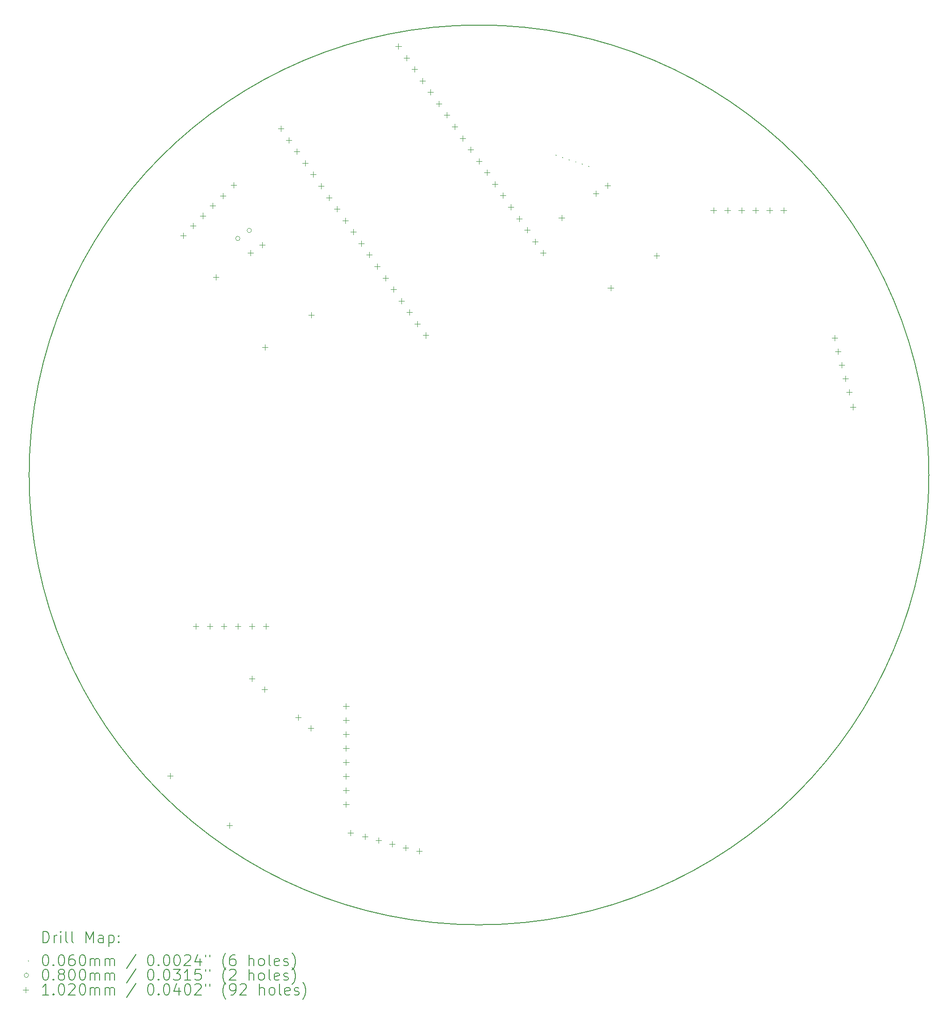
<source format=gbr>
%TF.GenerationSoftware,KiCad,Pcbnew,7.0.9-rc1*%
%TF.CreationDate,2023-11-05T19:21:23+02:00*%
%TF.ProjectId,projectA,70726f6a-6563-4744-912e-6b696361645f,rev?*%
%TF.SameCoordinates,PX5e5c173PY6474d3b*%
%TF.FileFunction,Drillmap*%
%TF.FilePolarity,Positive*%
%FSLAX45Y45*%
G04 Gerber Fmt 4.5, Leading zero omitted, Abs format (unit mm)*
G04 Created by KiCad (PCBNEW 7.0.9-rc1) date 2023-11-05 19:21:23*
%MOMM*%
%LPD*%
G01*
G04 APERTURE LIST*
%ADD10C,0.200000*%
%ADD11C,0.100000*%
%ADD12C,0.102000*%
G04 APERTURE END LIST*
D10*
X8150000Y0D02*
G75*
G03*
X8150000Y0I-8150000J0D01*
G01*
D11*
X1389096Y5798700D02*
X1395096Y5792700D01*
X1395096Y5798700D02*
X1389096Y5792700D01*
X1507286Y5758004D02*
X1513286Y5752004D01*
X1513286Y5758004D02*
X1507286Y5752004D01*
X1625475Y5717308D02*
X1631475Y5711308D01*
X1631475Y5717308D02*
X1625475Y5711308D01*
X1743665Y5676612D02*
X1749665Y5670612D01*
X1749665Y5676612D02*
X1743665Y5670612D01*
X1861855Y5635916D02*
X1867855Y5629916D01*
X1867855Y5635916D02*
X1861855Y5629916D01*
X1980045Y5595220D02*
X1986045Y5589220D01*
X1986045Y5595220D02*
X1980045Y5589220D01*
X-4330005Y4283621D02*
G75*
G03*
X-4330005Y4283621I-40000J0D01*
G01*
X-4121941Y4429309D02*
G75*
G03*
X-4121941Y4429309I-40000J0D01*
G01*
D12*
X-5595771Y-5400388D02*
X-5595771Y-5502388D01*
X-5646771Y-5451388D02*
X-5544772Y-5451388D01*
X-5361545Y4387402D02*
X-5361545Y4285402D01*
X-5412545Y4336402D02*
X-5310545Y4336402D01*
X-5181940Y4567007D02*
X-5181940Y4465007D01*
X-5232940Y4516007D02*
X-5130940Y4516007D01*
X-5126335Y-2690388D02*
X-5126335Y-2792388D01*
X-5177335Y-2741388D02*
X-5075335Y-2741388D01*
X-5002335Y4746612D02*
X-5002335Y4644612D01*
X-5053335Y4695612D02*
X-4951335Y4695612D01*
X-4872335Y-2690388D02*
X-4872335Y-2792388D01*
X-4923335Y-2741388D02*
X-4821335Y-2741388D01*
X-4822730Y4926217D02*
X-4822730Y4824217D01*
X-4873730Y4875217D02*
X-4771730Y4875217D01*
X-4763637Y3636544D02*
X-4763637Y3534544D01*
X-4814637Y3585544D02*
X-4712637Y3585544D01*
X-4643124Y5105823D02*
X-4643124Y5003823D01*
X-4694124Y5054823D02*
X-4592124Y5054823D01*
X-4618335Y-2690388D02*
X-4618335Y-2792388D01*
X-4669335Y-2741388D02*
X-4567335Y-2741388D01*
X-4523309Y-6300290D02*
X-4523309Y-6402290D01*
X-4574309Y-6351290D02*
X-4472309Y-6351290D01*
X-4447256Y5301691D02*
X-4447256Y5199691D01*
X-4498256Y5250691D02*
X-4396256Y5250691D01*
X-4364335Y-2690388D02*
X-4364335Y-2792388D01*
X-4415335Y-2741388D02*
X-4313335Y-2741388D01*
X-4139443Y4073609D02*
X-4139443Y3971609D01*
X-4190443Y4022609D02*
X-4088443Y4022609D01*
X-4117360Y-3638485D02*
X-4117360Y-3740485D01*
X-4168360Y-3689485D02*
X-4066360Y-3689485D01*
X-4110335Y-2690388D02*
X-4110335Y-2792388D01*
X-4161335Y-2741388D02*
X-4059335Y-2741388D01*
X-3931378Y4219298D02*
X-3931378Y4117298D01*
X-3982378Y4168298D02*
X-3880378Y4168298D01*
X-3887547Y-3831322D02*
X-3887547Y-3933322D01*
X-3938547Y-3882322D02*
X-3836547Y-3882322D01*
X-3874593Y2366859D02*
X-3874593Y2264859D01*
X-3925593Y2315859D02*
X-3823593Y2315859D01*
X-3856335Y-2690388D02*
X-3856335Y-2792388D01*
X-3907335Y-2741388D02*
X-3805335Y-2741388D01*
X-3589884Y6324572D02*
X-3589884Y6222572D01*
X-3640884Y6273572D02*
X-3538884Y6273572D01*
X-3444195Y6116507D02*
X-3444195Y6014507D01*
X-3495195Y6065507D02*
X-3393195Y6065507D01*
X-3298507Y5908443D02*
X-3298507Y5806443D01*
X-3349507Y5857443D02*
X-3247507Y5857443D01*
X-3274711Y-4345552D02*
X-3274711Y-4447552D01*
X-3325711Y-4396552D02*
X-3223711Y-4396552D01*
X-3152818Y5700378D02*
X-3152818Y5598378D01*
X-3203818Y5649378D02*
X-3101818Y5649378D01*
X-3044898Y-4538388D02*
X-3044898Y-4640388D01*
X-3095898Y-4589388D02*
X-2993898Y-4589388D01*
X-3042335Y2949612D02*
X-3042335Y2847612D01*
X-3093335Y2898612D02*
X-2991335Y2898612D01*
X-3007130Y5492314D02*
X-3007130Y5390314D01*
X-3058130Y5441314D02*
X-2956130Y5441314D01*
X-2861442Y5284249D02*
X-2861442Y5182249D01*
X-2912442Y5233249D02*
X-2810442Y5233249D01*
X-2715753Y5076184D02*
X-2715753Y4974184D01*
X-2766753Y5025184D02*
X-2664753Y5025184D01*
X-2570065Y4868120D02*
X-2570065Y4766120D01*
X-2621065Y4817120D02*
X-2519065Y4817120D01*
X-2424376Y4660055D02*
X-2424376Y4558055D01*
X-2475376Y4609055D02*
X-2373376Y4609055D01*
X-2408341Y-4138295D02*
X-2408341Y-4240295D01*
X-2459341Y-4189295D02*
X-2357341Y-4189295D01*
X-2408341Y-4392295D02*
X-2408341Y-4494295D01*
X-2459341Y-4443295D02*
X-2357341Y-4443295D01*
X-2408341Y-4646295D02*
X-2408341Y-4748295D01*
X-2459341Y-4697295D02*
X-2357341Y-4697295D01*
X-2408341Y-4900295D02*
X-2408341Y-5002295D01*
X-2459341Y-4951295D02*
X-2357341Y-4951295D01*
X-2408341Y-5154295D02*
X-2408341Y-5256295D01*
X-2459341Y-5205295D02*
X-2357341Y-5205295D01*
X-2408341Y-5408295D02*
X-2408341Y-5510295D01*
X-2459341Y-5459295D02*
X-2357341Y-5459295D01*
X-2408341Y-5662295D02*
X-2408341Y-5764295D01*
X-2459341Y-5713295D02*
X-2357341Y-5713295D01*
X-2408341Y-5916295D02*
X-2408341Y-6018295D01*
X-2459341Y-5967295D02*
X-2357341Y-5967295D01*
X-2330241Y-6431955D02*
X-2330241Y-6533955D01*
X-2381241Y-6482955D02*
X-2279241Y-6482955D01*
X-2278688Y4451990D02*
X-2278688Y4349990D01*
X-2329688Y4400990D02*
X-2227688Y4400990D01*
X-2133000Y4243926D02*
X-2133000Y4141926D01*
X-2184000Y4192926D02*
X-2081999Y4192926D01*
X-2062680Y-6503648D02*
X-2062680Y-6605648D01*
X-2113680Y-6554648D02*
X-2011680Y-6554648D01*
X-1987311Y4035861D02*
X-1987311Y3933861D01*
X-2038311Y3984861D02*
X-1936311Y3984861D01*
X-1841623Y3827797D02*
X-1841623Y3725797D01*
X-1892623Y3776797D02*
X-1790623Y3776797D01*
X-1817335Y-6569388D02*
X-1817335Y-6671388D01*
X-1868335Y-6620388D02*
X-1766335Y-6620388D01*
X-1695934Y3619732D02*
X-1695934Y3517732D01*
X-1746934Y3568732D02*
X-1644934Y3568732D01*
X-1571990Y-6635128D02*
X-1571990Y-6737128D01*
X-1622990Y-6686128D02*
X-1520990Y-6686128D01*
X-1550246Y3411667D02*
X-1550246Y3309667D01*
X-1601246Y3360667D02*
X-1499246Y3360667D01*
X-1460088Y7815871D02*
X-1460088Y7713871D01*
X-1511088Y7764871D02*
X-1409088Y7764871D01*
X-1404557Y3203603D02*
X-1404557Y3101603D01*
X-1455557Y3152603D02*
X-1353557Y3152603D01*
X-1326644Y-6700868D02*
X-1326644Y-6802868D01*
X-1377644Y-6751868D02*
X-1275644Y-6751868D01*
X-1314400Y7607806D02*
X-1314400Y7505806D01*
X-1365400Y7556806D02*
X-1263400Y7556806D01*
X-1258869Y2995538D02*
X-1258869Y2893538D01*
X-1309869Y2944538D02*
X-1207869Y2944538D01*
X-1168712Y7399741D02*
X-1168712Y7297741D01*
X-1219712Y7348741D02*
X-1117712Y7348741D01*
X-1113181Y2787474D02*
X-1113181Y2685474D01*
X-1164181Y2736474D02*
X-1062181Y2736474D01*
X-1081299Y-6766608D02*
X-1081299Y-6868608D01*
X-1132299Y-6817608D02*
X-1030299Y-6817608D01*
X-1023023Y7191677D02*
X-1023023Y7089677D01*
X-1074023Y7140677D02*
X-972023Y7140677D01*
X-967492Y2579409D02*
X-967492Y2477409D01*
X-1018492Y2528409D02*
X-916492Y2528409D01*
X-877335Y6983612D02*
X-877335Y6881612D01*
X-928335Y6932612D02*
X-826335Y6932612D01*
X-731646Y6775548D02*
X-731646Y6673548D01*
X-782646Y6724548D02*
X-680646Y6724548D01*
X-585958Y6567483D02*
X-585958Y6465483D01*
X-636958Y6516483D02*
X-534958Y6516483D01*
X-440269Y6359418D02*
X-440269Y6257418D01*
X-491269Y6308418D02*
X-389269Y6308418D01*
X-294581Y6151354D02*
X-294581Y6049354D01*
X-345581Y6100354D02*
X-243581Y6100354D01*
X-148893Y5943289D02*
X-148893Y5841289D01*
X-199893Y5892289D02*
X-97893Y5892289D01*
X-3204Y5735225D02*
X-3204Y5633225D01*
X-54204Y5684225D02*
X47796Y5684225D01*
X142484Y5527160D02*
X142484Y5425160D01*
X91484Y5476160D02*
X193484Y5476160D01*
X288173Y5319095D02*
X288173Y5217095D01*
X237173Y5268095D02*
X339173Y5268095D01*
X433861Y5111031D02*
X433861Y5009031D01*
X382861Y5060031D02*
X484861Y5060031D01*
X579550Y4902966D02*
X579550Y4800966D01*
X528550Y4851966D02*
X630550Y4851966D01*
X725238Y4694902D02*
X725238Y4592902D01*
X674238Y4643902D02*
X776238Y4643902D01*
X870926Y4486837D02*
X870926Y4384837D01*
X819926Y4435837D02*
X921926Y4435837D01*
X1016615Y4278772D02*
X1016615Y4176772D01*
X965615Y4227772D02*
X1067615Y4227772D01*
X1162303Y4070708D02*
X1162303Y3968708D01*
X1111303Y4019708D02*
X1213303Y4019708D01*
X1495014Y4712078D02*
X1495014Y4610078D01*
X1444014Y4661078D02*
X1546014Y4661078D01*
X2119208Y5149144D02*
X2119208Y5047144D01*
X2068208Y5098144D02*
X2170208Y5098144D01*
X2327273Y5294832D02*
X2327273Y5192832D01*
X2276273Y5243832D02*
X2378273Y5243832D01*
X2384058Y3442393D02*
X2384058Y3340393D01*
X2333058Y3391393D02*
X2435058Y3391393D01*
X3216316Y4025146D02*
X3216316Y3923146D01*
X3165316Y3974146D02*
X3267316Y3974146D01*
X4246665Y4842612D02*
X4246665Y4740612D01*
X4195665Y4791612D02*
X4297665Y4791612D01*
X4500665Y4842612D02*
X4500665Y4740612D01*
X4449665Y4791612D02*
X4551665Y4791612D01*
X4754665Y4842612D02*
X4754665Y4740612D01*
X4703665Y4791612D02*
X4805665Y4791612D01*
X5008665Y4842612D02*
X5008665Y4740612D01*
X4957665Y4791612D02*
X5059665Y4791612D01*
X5262665Y4842612D02*
X5262665Y4740612D01*
X5211665Y4791612D02*
X5313665Y4791612D01*
X5516665Y4842612D02*
X5516665Y4740612D01*
X5465665Y4791612D02*
X5567665Y4791612D01*
X6440445Y2532648D02*
X6440445Y2430648D01*
X6389445Y2481648D02*
X6491445Y2481648D01*
X6506185Y2287303D02*
X6506185Y2185303D01*
X6455185Y2236303D02*
X6557185Y2236303D01*
X6571925Y2041957D02*
X6571925Y1939957D01*
X6520925Y1990957D02*
X6622925Y1990957D01*
X6637665Y1796612D02*
X6637665Y1694612D01*
X6586665Y1745612D02*
X6688665Y1745612D01*
X6703405Y1551267D02*
X6703405Y1449267D01*
X6652405Y1500267D02*
X6754405Y1500267D01*
X6775098Y1283706D02*
X6775098Y1181706D01*
X6724098Y1232706D02*
X6826098Y1232706D01*
D10*
X-7899223Y-8471484D02*
X-7899223Y-8271484D01*
X-7899223Y-8271484D02*
X-7851604Y-8271484D01*
X-7851604Y-8271484D02*
X-7823033Y-8281008D01*
X-7823033Y-8281008D02*
X-7803985Y-8300055D01*
X-7803985Y-8300055D02*
X-7794461Y-8319103D01*
X-7794461Y-8319103D02*
X-7784937Y-8357198D01*
X-7784937Y-8357198D02*
X-7784937Y-8385769D01*
X-7784937Y-8385769D02*
X-7794461Y-8423865D01*
X-7794461Y-8423865D02*
X-7803985Y-8442912D01*
X-7803985Y-8442912D02*
X-7823033Y-8461960D01*
X-7823033Y-8461960D02*
X-7851604Y-8471484D01*
X-7851604Y-8471484D02*
X-7899223Y-8471484D01*
X-7699223Y-8471484D02*
X-7699223Y-8338150D01*
X-7699223Y-8376246D02*
X-7689699Y-8357198D01*
X-7689699Y-8357198D02*
X-7680176Y-8347674D01*
X-7680176Y-8347674D02*
X-7661128Y-8338150D01*
X-7661128Y-8338150D02*
X-7642080Y-8338150D01*
X-7575414Y-8471484D02*
X-7575414Y-8338150D01*
X-7575414Y-8271484D02*
X-7584937Y-8281008D01*
X-7584937Y-8281008D02*
X-7575414Y-8290531D01*
X-7575414Y-8290531D02*
X-7565890Y-8281008D01*
X-7565890Y-8281008D02*
X-7575414Y-8271484D01*
X-7575414Y-8271484D02*
X-7575414Y-8290531D01*
X-7451604Y-8471484D02*
X-7470652Y-8461960D01*
X-7470652Y-8461960D02*
X-7480176Y-8442912D01*
X-7480176Y-8442912D02*
X-7480176Y-8271484D01*
X-7346842Y-8471484D02*
X-7365890Y-8461960D01*
X-7365890Y-8461960D02*
X-7375414Y-8442912D01*
X-7375414Y-8442912D02*
X-7375414Y-8271484D01*
X-7118271Y-8471484D02*
X-7118271Y-8271484D01*
X-7118271Y-8271484D02*
X-7051604Y-8414341D01*
X-7051604Y-8414341D02*
X-6984937Y-8271484D01*
X-6984937Y-8271484D02*
X-6984937Y-8471484D01*
X-6803985Y-8471484D02*
X-6803985Y-8366722D01*
X-6803985Y-8366722D02*
X-6813509Y-8347674D01*
X-6813509Y-8347674D02*
X-6832556Y-8338150D01*
X-6832556Y-8338150D02*
X-6870652Y-8338150D01*
X-6870652Y-8338150D02*
X-6889699Y-8347674D01*
X-6803985Y-8461960D02*
X-6823033Y-8471484D01*
X-6823033Y-8471484D02*
X-6870652Y-8471484D01*
X-6870652Y-8471484D02*
X-6889699Y-8461960D01*
X-6889699Y-8461960D02*
X-6899223Y-8442912D01*
X-6899223Y-8442912D02*
X-6899223Y-8423865D01*
X-6899223Y-8423865D02*
X-6889699Y-8404817D01*
X-6889699Y-8404817D02*
X-6870652Y-8395293D01*
X-6870652Y-8395293D02*
X-6823033Y-8395293D01*
X-6823033Y-8395293D02*
X-6803985Y-8385769D01*
X-6708747Y-8338150D02*
X-6708747Y-8538150D01*
X-6708747Y-8347674D02*
X-6689699Y-8338150D01*
X-6689699Y-8338150D02*
X-6651604Y-8338150D01*
X-6651604Y-8338150D02*
X-6632556Y-8347674D01*
X-6632556Y-8347674D02*
X-6623033Y-8357198D01*
X-6623033Y-8357198D02*
X-6613509Y-8376246D01*
X-6613509Y-8376246D02*
X-6613509Y-8433389D01*
X-6613509Y-8433389D02*
X-6623033Y-8452436D01*
X-6623033Y-8452436D02*
X-6632556Y-8461960D01*
X-6632556Y-8461960D02*
X-6651604Y-8471484D01*
X-6651604Y-8471484D02*
X-6689699Y-8471484D01*
X-6689699Y-8471484D02*
X-6708747Y-8461960D01*
X-6527795Y-8452436D02*
X-6518271Y-8461960D01*
X-6518271Y-8461960D02*
X-6527795Y-8471484D01*
X-6527795Y-8471484D02*
X-6537318Y-8461960D01*
X-6537318Y-8461960D02*
X-6527795Y-8452436D01*
X-6527795Y-8452436D02*
X-6527795Y-8471484D01*
X-6527795Y-8347674D02*
X-6518271Y-8357198D01*
X-6518271Y-8357198D02*
X-6527795Y-8366722D01*
X-6527795Y-8366722D02*
X-6537318Y-8357198D01*
X-6537318Y-8357198D02*
X-6527795Y-8347674D01*
X-6527795Y-8347674D02*
X-6527795Y-8366722D01*
D11*
X-8166000Y-8797000D02*
X-8160000Y-8803000D01*
X-8160000Y-8797000D02*
X-8166000Y-8803000D01*
D10*
X-7861128Y-8691484D02*
X-7842080Y-8691484D01*
X-7842080Y-8691484D02*
X-7823033Y-8701008D01*
X-7823033Y-8701008D02*
X-7813509Y-8710531D01*
X-7813509Y-8710531D02*
X-7803985Y-8729579D01*
X-7803985Y-8729579D02*
X-7794461Y-8767674D01*
X-7794461Y-8767674D02*
X-7794461Y-8815293D01*
X-7794461Y-8815293D02*
X-7803985Y-8853389D01*
X-7803985Y-8853389D02*
X-7813509Y-8872436D01*
X-7813509Y-8872436D02*
X-7823033Y-8881960D01*
X-7823033Y-8881960D02*
X-7842080Y-8891484D01*
X-7842080Y-8891484D02*
X-7861128Y-8891484D01*
X-7861128Y-8891484D02*
X-7880176Y-8881960D01*
X-7880176Y-8881960D02*
X-7889699Y-8872436D01*
X-7889699Y-8872436D02*
X-7899223Y-8853389D01*
X-7899223Y-8853389D02*
X-7908747Y-8815293D01*
X-7908747Y-8815293D02*
X-7908747Y-8767674D01*
X-7908747Y-8767674D02*
X-7899223Y-8729579D01*
X-7899223Y-8729579D02*
X-7889699Y-8710531D01*
X-7889699Y-8710531D02*
X-7880176Y-8701008D01*
X-7880176Y-8701008D02*
X-7861128Y-8691484D01*
X-7708747Y-8872436D02*
X-7699223Y-8881960D01*
X-7699223Y-8881960D02*
X-7708747Y-8891484D01*
X-7708747Y-8891484D02*
X-7718271Y-8881960D01*
X-7718271Y-8881960D02*
X-7708747Y-8872436D01*
X-7708747Y-8872436D02*
X-7708747Y-8891484D01*
X-7575414Y-8691484D02*
X-7556366Y-8691484D01*
X-7556366Y-8691484D02*
X-7537318Y-8701008D01*
X-7537318Y-8701008D02*
X-7527795Y-8710531D01*
X-7527795Y-8710531D02*
X-7518271Y-8729579D01*
X-7518271Y-8729579D02*
X-7508747Y-8767674D01*
X-7508747Y-8767674D02*
X-7508747Y-8815293D01*
X-7508747Y-8815293D02*
X-7518271Y-8853389D01*
X-7518271Y-8853389D02*
X-7527795Y-8872436D01*
X-7527795Y-8872436D02*
X-7537318Y-8881960D01*
X-7537318Y-8881960D02*
X-7556366Y-8891484D01*
X-7556366Y-8891484D02*
X-7575414Y-8891484D01*
X-7575414Y-8891484D02*
X-7594461Y-8881960D01*
X-7594461Y-8881960D02*
X-7603985Y-8872436D01*
X-7603985Y-8872436D02*
X-7613509Y-8853389D01*
X-7613509Y-8853389D02*
X-7623033Y-8815293D01*
X-7623033Y-8815293D02*
X-7623033Y-8767674D01*
X-7623033Y-8767674D02*
X-7613509Y-8729579D01*
X-7613509Y-8729579D02*
X-7603985Y-8710531D01*
X-7603985Y-8710531D02*
X-7594461Y-8701008D01*
X-7594461Y-8701008D02*
X-7575414Y-8691484D01*
X-7337318Y-8691484D02*
X-7375414Y-8691484D01*
X-7375414Y-8691484D02*
X-7394461Y-8701008D01*
X-7394461Y-8701008D02*
X-7403985Y-8710531D01*
X-7403985Y-8710531D02*
X-7423033Y-8739103D01*
X-7423033Y-8739103D02*
X-7432556Y-8777198D01*
X-7432556Y-8777198D02*
X-7432556Y-8853389D01*
X-7432556Y-8853389D02*
X-7423033Y-8872436D01*
X-7423033Y-8872436D02*
X-7413509Y-8881960D01*
X-7413509Y-8881960D02*
X-7394461Y-8891484D01*
X-7394461Y-8891484D02*
X-7356366Y-8891484D01*
X-7356366Y-8891484D02*
X-7337318Y-8881960D01*
X-7337318Y-8881960D02*
X-7327795Y-8872436D01*
X-7327795Y-8872436D02*
X-7318271Y-8853389D01*
X-7318271Y-8853389D02*
X-7318271Y-8805770D01*
X-7318271Y-8805770D02*
X-7327795Y-8786722D01*
X-7327795Y-8786722D02*
X-7337318Y-8777198D01*
X-7337318Y-8777198D02*
X-7356366Y-8767674D01*
X-7356366Y-8767674D02*
X-7394461Y-8767674D01*
X-7394461Y-8767674D02*
X-7413509Y-8777198D01*
X-7413509Y-8777198D02*
X-7423033Y-8786722D01*
X-7423033Y-8786722D02*
X-7432556Y-8805770D01*
X-7194461Y-8691484D02*
X-7175414Y-8691484D01*
X-7175414Y-8691484D02*
X-7156366Y-8701008D01*
X-7156366Y-8701008D02*
X-7146842Y-8710531D01*
X-7146842Y-8710531D02*
X-7137318Y-8729579D01*
X-7137318Y-8729579D02*
X-7127795Y-8767674D01*
X-7127795Y-8767674D02*
X-7127795Y-8815293D01*
X-7127795Y-8815293D02*
X-7137318Y-8853389D01*
X-7137318Y-8853389D02*
X-7146842Y-8872436D01*
X-7146842Y-8872436D02*
X-7156366Y-8881960D01*
X-7156366Y-8881960D02*
X-7175414Y-8891484D01*
X-7175414Y-8891484D02*
X-7194461Y-8891484D01*
X-7194461Y-8891484D02*
X-7213509Y-8881960D01*
X-7213509Y-8881960D02*
X-7223033Y-8872436D01*
X-7223033Y-8872436D02*
X-7232556Y-8853389D01*
X-7232556Y-8853389D02*
X-7242080Y-8815293D01*
X-7242080Y-8815293D02*
X-7242080Y-8767674D01*
X-7242080Y-8767674D02*
X-7232556Y-8729579D01*
X-7232556Y-8729579D02*
X-7223033Y-8710531D01*
X-7223033Y-8710531D02*
X-7213509Y-8701008D01*
X-7213509Y-8701008D02*
X-7194461Y-8691484D01*
X-7042080Y-8891484D02*
X-7042080Y-8758150D01*
X-7042080Y-8777198D02*
X-7032556Y-8767674D01*
X-7032556Y-8767674D02*
X-7013509Y-8758150D01*
X-7013509Y-8758150D02*
X-6984937Y-8758150D01*
X-6984937Y-8758150D02*
X-6965890Y-8767674D01*
X-6965890Y-8767674D02*
X-6956366Y-8786722D01*
X-6956366Y-8786722D02*
X-6956366Y-8891484D01*
X-6956366Y-8786722D02*
X-6946842Y-8767674D01*
X-6946842Y-8767674D02*
X-6927795Y-8758150D01*
X-6927795Y-8758150D02*
X-6899223Y-8758150D01*
X-6899223Y-8758150D02*
X-6880175Y-8767674D01*
X-6880175Y-8767674D02*
X-6870652Y-8786722D01*
X-6870652Y-8786722D02*
X-6870652Y-8891484D01*
X-6775414Y-8891484D02*
X-6775414Y-8758150D01*
X-6775414Y-8777198D02*
X-6765890Y-8767674D01*
X-6765890Y-8767674D02*
X-6746842Y-8758150D01*
X-6746842Y-8758150D02*
X-6718271Y-8758150D01*
X-6718271Y-8758150D02*
X-6699223Y-8767674D01*
X-6699223Y-8767674D02*
X-6689699Y-8786722D01*
X-6689699Y-8786722D02*
X-6689699Y-8891484D01*
X-6689699Y-8786722D02*
X-6680175Y-8767674D01*
X-6680175Y-8767674D02*
X-6661128Y-8758150D01*
X-6661128Y-8758150D02*
X-6632556Y-8758150D01*
X-6632556Y-8758150D02*
X-6613509Y-8767674D01*
X-6613509Y-8767674D02*
X-6603985Y-8786722D01*
X-6603985Y-8786722D02*
X-6603985Y-8891484D01*
X-6213509Y-8681960D02*
X-6384937Y-8939103D01*
X-5956366Y-8691484D02*
X-5937318Y-8691484D01*
X-5937318Y-8691484D02*
X-5918271Y-8701008D01*
X-5918271Y-8701008D02*
X-5908747Y-8710531D01*
X-5908747Y-8710531D02*
X-5899223Y-8729579D01*
X-5899223Y-8729579D02*
X-5889699Y-8767674D01*
X-5889699Y-8767674D02*
X-5889699Y-8815293D01*
X-5889699Y-8815293D02*
X-5899223Y-8853389D01*
X-5899223Y-8853389D02*
X-5908747Y-8872436D01*
X-5908747Y-8872436D02*
X-5918271Y-8881960D01*
X-5918271Y-8881960D02*
X-5937318Y-8891484D01*
X-5937318Y-8891484D02*
X-5956366Y-8891484D01*
X-5956366Y-8891484D02*
X-5975413Y-8881960D01*
X-5975413Y-8881960D02*
X-5984937Y-8872436D01*
X-5984937Y-8872436D02*
X-5994461Y-8853389D01*
X-5994461Y-8853389D02*
X-6003985Y-8815293D01*
X-6003985Y-8815293D02*
X-6003985Y-8767674D01*
X-6003985Y-8767674D02*
X-5994461Y-8729579D01*
X-5994461Y-8729579D02*
X-5984937Y-8710531D01*
X-5984937Y-8710531D02*
X-5975413Y-8701008D01*
X-5975413Y-8701008D02*
X-5956366Y-8691484D01*
X-5803985Y-8872436D02*
X-5794461Y-8881960D01*
X-5794461Y-8881960D02*
X-5803985Y-8891484D01*
X-5803985Y-8891484D02*
X-5813509Y-8881960D01*
X-5813509Y-8881960D02*
X-5803985Y-8872436D01*
X-5803985Y-8872436D02*
X-5803985Y-8891484D01*
X-5670652Y-8691484D02*
X-5651604Y-8691484D01*
X-5651604Y-8691484D02*
X-5632556Y-8701008D01*
X-5632556Y-8701008D02*
X-5623032Y-8710531D01*
X-5623032Y-8710531D02*
X-5613509Y-8729579D01*
X-5613509Y-8729579D02*
X-5603985Y-8767674D01*
X-5603985Y-8767674D02*
X-5603985Y-8815293D01*
X-5603985Y-8815293D02*
X-5613509Y-8853389D01*
X-5613509Y-8853389D02*
X-5623032Y-8872436D01*
X-5623032Y-8872436D02*
X-5632556Y-8881960D01*
X-5632556Y-8881960D02*
X-5651604Y-8891484D01*
X-5651604Y-8891484D02*
X-5670652Y-8891484D01*
X-5670652Y-8891484D02*
X-5689699Y-8881960D01*
X-5689699Y-8881960D02*
X-5699223Y-8872436D01*
X-5699223Y-8872436D02*
X-5708747Y-8853389D01*
X-5708747Y-8853389D02*
X-5718271Y-8815293D01*
X-5718271Y-8815293D02*
X-5718271Y-8767674D01*
X-5718271Y-8767674D02*
X-5708747Y-8729579D01*
X-5708747Y-8729579D02*
X-5699223Y-8710531D01*
X-5699223Y-8710531D02*
X-5689699Y-8701008D01*
X-5689699Y-8701008D02*
X-5670652Y-8691484D01*
X-5480175Y-8691484D02*
X-5461128Y-8691484D01*
X-5461128Y-8691484D02*
X-5442080Y-8701008D01*
X-5442080Y-8701008D02*
X-5432556Y-8710531D01*
X-5432556Y-8710531D02*
X-5423033Y-8729579D01*
X-5423033Y-8729579D02*
X-5413509Y-8767674D01*
X-5413509Y-8767674D02*
X-5413509Y-8815293D01*
X-5413509Y-8815293D02*
X-5423033Y-8853389D01*
X-5423033Y-8853389D02*
X-5432556Y-8872436D01*
X-5432556Y-8872436D02*
X-5442080Y-8881960D01*
X-5442080Y-8881960D02*
X-5461128Y-8891484D01*
X-5461128Y-8891484D02*
X-5480175Y-8891484D01*
X-5480175Y-8891484D02*
X-5499223Y-8881960D01*
X-5499223Y-8881960D02*
X-5508747Y-8872436D01*
X-5508747Y-8872436D02*
X-5518271Y-8853389D01*
X-5518271Y-8853389D02*
X-5527794Y-8815293D01*
X-5527794Y-8815293D02*
X-5527794Y-8767674D01*
X-5527794Y-8767674D02*
X-5518271Y-8729579D01*
X-5518271Y-8729579D02*
X-5508747Y-8710531D01*
X-5508747Y-8710531D02*
X-5499223Y-8701008D01*
X-5499223Y-8701008D02*
X-5480175Y-8691484D01*
X-5337318Y-8710531D02*
X-5327794Y-8701008D01*
X-5327794Y-8701008D02*
X-5308747Y-8691484D01*
X-5308747Y-8691484D02*
X-5261128Y-8691484D01*
X-5261128Y-8691484D02*
X-5242080Y-8701008D01*
X-5242080Y-8701008D02*
X-5232556Y-8710531D01*
X-5232556Y-8710531D02*
X-5223033Y-8729579D01*
X-5223033Y-8729579D02*
X-5223033Y-8748627D01*
X-5223033Y-8748627D02*
X-5232556Y-8777198D01*
X-5232556Y-8777198D02*
X-5346842Y-8891484D01*
X-5346842Y-8891484D02*
X-5223033Y-8891484D01*
X-5051604Y-8758150D02*
X-5051604Y-8891484D01*
X-5099223Y-8681960D02*
X-5146842Y-8824817D01*
X-5146842Y-8824817D02*
X-5023033Y-8824817D01*
X-4956366Y-8691484D02*
X-4956366Y-8729579D01*
X-4880175Y-8691484D02*
X-4880175Y-8729579D01*
X-4584937Y-8967674D02*
X-4594461Y-8958150D01*
X-4594461Y-8958150D02*
X-4613509Y-8929579D01*
X-4613509Y-8929579D02*
X-4623032Y-8910531D01*
X-4623032Y-8910531D02*
X-4632556Y-8881960D01*
X-4632556Y-8881960D02*
X-4642080Y-8834341D01*
X-4642080Y-8834341D02*
X-4642080Y-8796246D01*
X-4642080Y-8796246D02*
X-4632556Y-8748627D01*
X-4632556Y-8748627D02*
X-4623032Y-8720055D01*
X-4623032Y-8720055D02*
X-4613509Y-8701008D01*
X-4613509Y-8701008D02*
X-4594461Y-8672436D01*
X-4594461Y-8672436D02*
X-4584937Y-8662912D01*
X-4423032Y-8691484D02*
X-4461128Y-8691484D01*
X-4461128Y-8691484D02*
X-4480175Y-8701008D01*
X-4480175Y-8701008D02*
X-4489699Y-8710531D01*
X-4489699Y-8710531D02*
X-4508747Y-8739103D01*
X-4508747Y-8739103D02*
X-4518271Y-8777198D01*
X-4518271Y-8777198D02*
X-4518271Y-8853389D01*
X-4518271Y-8853389D02*
X-4508747Y-8872436D01*
X-4508747Y-8872436D02*
X-4499223Y-8881960D01*
X-4499223Y-8881960D02*
X-4480175Y-8891484D01*
X-4480175Y-8891484D02*
X-4442080Y-8891484D01*
X-4442080Y-8891484D02*
X-4423032Y-8881960D01*
X-4423032Y-8881960D02*
X-4413509Y-8872436D01*
X-4413509Y-8872436D02*
X-4403985Y-8853389D01*
X-4403985Y-8853389D02*
X-4403985Y-8805770D01*
X-4403985Y-8805770D02*
X-4413509Y-8786722D01*
X-4413509Y-8786722D02*
X-4423032Y-8777198D01*
X-4423032Y-8777198D02*
X-4442080Y-8767674D01*
X-4442080Y-8767674D02*
X-4480175Y-8767674D01*
X-4480175Y-8767674D02*
X-4499223Y-8777198D01*
X-4499223Y-8777198D02*
X-4508747Y-8786722D01*
X-4508747Y-8786722D02*
X-4518271Y-8805770D01*
X-4165889Y-8891484D02*
X-4165889Y-8691484D01*
X-4080175Y-8891484D02*
X-4080175Y-8786722D01*
X-4080175Y-8786722D02*
X-4089699Y-8767674D01*
X-4089699Y-8767674D02*
X-4108747Y-8758150D01*
X-4108747Y-8758150D02*
X-4137318Y-8758150D01*
X-4137318Y-8758150D02*
X-4156366Y-8767674D01*
X-4156366Y-8767674D02*
X-4165889Y-8777198D01*
X-3956366Y-8891484D02*
X-3975413Y-8881960D01*
X-3975413Y-8881960D02*
X-3984937Y-8872436D01*
X-3984937Y-8872436D02*
X-3994461Y-8853389D01*
X-3994461Y-8853389D02*
X-3994461Y-8796246D01*
X-3994461Y-8796246D02*
X-3984937Y-8777198D01*
X-3984937Y-8777198D02*
X-3975413Y-8767674D01*
X-3975413Y-8767674D02*
X-3956366Y-8758150D01*
X-3956366Y-8758150D02*
X-3927794Y-8758150D01*
X-3927794Y-8758150D02*
X-3908747Y-8767674D01*
X-3908747Y-8767674D02*
X-3899223Y-8777198D01*
X-3899223Y-8777198D02*
X-3889699Y-8796246D01*
X-3889699Y-8796246D02*
X-3889699Y-8853389D01*
X-3889699Y-8853389D02*
X-3899223Y-8872436D01*
X-3899223Y-8872436D02*
X-3908747Y-8881960D01*
X-3908747Y-8881960D02*
X-3927794Y-8891484D01*
X-3927794Y-8891484D02*
X-3956366Y-8891484D01*
X-3775413Y-8891484D02*
X-3794461Y-8881960D01*
X-3794461Y-8881960D02*
X-3803985Y-8862912D01*
X-3803985Y-8862912D02*
X-3803985Y-8691484D01*
X-3623032Y-8881960D02*
X-3642080Y-8891484D01*
X-3642080Y-8891484D02*
X-3680175Y-8891484D01*
X-3680175Y-8891484D02*
X-3699223Y-8881960D01*
X-3699223Y-8881960D02*
X-3708747Y-8862912D01*
X-3708747Y-8862912D02*
X-3708747Y-8786722D01*
X-3708747Y-8786722D02*
X-3699223Y-8767674D01*
X-3699223Y-8767674D02*
X-3680175Y-8758150D01*
X-3680175Y-8758150D02*
X-3642080Y-8758150D01*
X-3642080Y-8758150D02*
X-3623032Y-8767674D01*
X-3623032Y-8767674D02*
X-3613508Y-8786722D01*
X-3613508Y-8786722D02*
X-3613508Y-8805770D01*
X-3613508Y-8805770D02*
X-3708747Y-8824817D01*
X-3537318Y-8881960D02*
X-3518270Y-8891484D01*
X-3518270Y-8891484D02*
X-3480175Y-8891484D01*
X-3480175Y-8891484D02*
X-3461127Y-8881960D01*
X-3461127Y-8881960D02*
X-3451604Y-8862912D01*
X-3451604Y-8862912D02*
X-3451604Y-8853389D01*
X-3451604Y-8853389D02*
X-3461127Y-8834341D01*
X-3461127Y-8834341D02*
X-3480175Y-8824817D01*
X-3480175Y-8824817D02*
X-3508747Y-8824817D01*
X-3508747Y-8824817D02*
X-3527794Y-8815293D01*
X-3527794Y-8815293D02*
X-3537318Y-8796246D01*
X-3537318Y-8796246D02*
X-3537318Y-8786722D01*
X-3537318Y-8786722D02*
X-3527794Y-8767674D01*
X-3527794Y-8767674D02*
X-3508747Y-8758150D01*
X-3508747Y-8758150D02*
X-3480175Y-8758150D01*
X-3480175Y-8758150D02*
X-3461127Y-8767674D01*
X-3384937Y-8967674D02*
X-3375413Y-8958150D01*
X-3375413Y-8958150D02*
X-3356366Y-8929579D01*
X-3356366Y-8929579D02*
X-3346842Y-8910531D01*
X-3346842Y-8910531D02*
X-3337318Y-8881960D01*
X-3337318Y-8881960D02*
X-3327794Y-8834341D01*
X-3327794Y-8834341D02*
X-3327794Y-8796246D01*
X-3327794Y-8796246D02*
X-3337318Y-8748627D01*
X-3337318Y-8748627D02*
X-3346842Y-8720055D01*
X-3346842Y-8720055D02*
X-3356366Y-8701008D01*
X-3356366Y-8701008D02*
X-3375413Y-8672436D01*
X-3375413Y-8672436D02*
X-3384937Y-8662912D01*
D11*
X-8160000Y-9064000D02*
G75*
G03*
X-8160000Y-9064000I-40000J0D01*
G01*
D10*
X-7861128Y-8955484D02*
X-7842080Y-8955484D01*
X-7842080Y-8955484D02*
X-7823033Y-8965008D01*
X-7823033Y-8965008D02*
X-7813509Y-8974531D01*
X-7813509Y-8974531D02*
X-7803985Y-8993579D01*
X-7803985Y-8993579D02*
X-7794461Y-9031674D01*
X-7794461Y-9031674D02*
X-7794461Y-9079293D01*
X-7794461Y-9079293D02*
X-7803985Y-9117389D01*
X-7803985Y-9117389D02*
X-7813509Y-9136436D01*
X-7813509Y-9136436D02*
X-7823033Y-9145960D01*
X-7823033Y-9145960D02*
X-7842080Y-9155484D01*
X-7842080Y-9155484D02*
X-7861128Y-9155484D01*
X-7861128Y-9155484D02*
X-7880176Y-9145960D01*
X-7880176Y-9145960D02*
X-7889699Y-9136436D01*
X-7889699Y-9136436D02*
X-7899223Y-9117389D01*
X-7899223Y-9117389D02*
X-7908747Y-9079293D01*
X-7908747Y-9079293D02*
X-7908747Y-9031674D01*
X-7908747Y-9031674D02*
X-7899223Y-8993579D01*
X-7899223Y-8993579D02*
X-7889699Y-8974531D01*
X-7889699Y-8974531D02*
X-7880176Y-8965008D01*
X-7880176Y-8965008D02*
X-7861128Y-8955484D01*
X-7708747Y-9136436D02*
X-7699223Y-9145960D01*
X-7699223Y-9145960D02*
X-7708747Y-9155484D01*
X-7708747Y-9155484D02*
X-7718271Y-9145960D01*
X-7718271Y-9145960D02*
X-7708747Y-9136436D01*
X-7708747Y-9136436D02*
X-7708747Y-9155484D01*
X-7584937Y-9041198D02*
X-7603985Y-9031674D01*
X-7603985Y-9031674D02*
X-7613509Y-9022150D01*
X-7613509Y-9022150D02*
X-7623033Y-9003103D01*
X-7623033Y-9003103D02*
X-7623033Y-8993579D01*
X-7623033Y-8993579D02*
X-7613509Y-8974531D01*
X-7613509Y-8974531D02*
X-7603985Y-8965008D01*
X-7603985Y-8965008D02*
X-7584937Y-8955484D01*
X-7584937Y-8955484D02*
X-7546842Y-8955484D01*
X-7546842Y-8955484D02*
X-7527795Y-8965008D01*
X-7527795Y-8965008D02*
X-7518271Y-8974531D01*
X-7518271Y-8974531D02*
X-7508747Y-8993579D01*
X-7508747Y-8993579D02*
X-7508747Y-9003103D01*
X-7508747Y-9003103D02*
X-7518271Y-9022150D01*
X-7518271Y-9022150D02*
X-7527795Y-9031674D01*
X-7527795Y-9031674D02*
X-7546842Y-9041198D01*
X-7546842Y-9041198D02*
X-7584937Y-9041198D01*
X-7584937Y-9041198D02*
X-7603985Y-9050722D01*
X-7603985Y-9050722D02*
X-7613509Y-9060246D01*
X-7613509Y-9060246D02*
X-7623033Y-9079293D01*
X-7623033Y-9079293D02*
X-7623033Y-9117389D01*
X-7623033Y-9117389D02*
X-7613509Y-9136436D01*
X-7613509Y-9136436D02*
X-7603985Y-9145960D01*
X-7603985Y-9145960D02*
X-7584937Y-9155484D01*
X-7584937Y-9155484D02*
X-7546842Y-9155484D01*
X-7546842Y-9155484D02*
X-7527795Y-9145960D01*
X-7527795Y-9145960D02*
X-7518271Y-9136436D01*
X-7518271Y-9136436D02*
X-7508747Y-9117389D01*
X-7508747Y-9117389D02*
X-7508747Y-9079293D01*
X-7508747Y-9079293D02*
X-7518271Y-9060246D01*
X-7518271Y-9060246D02*
X-7527795Y-9050722D01*
X-7527795Y-9050722D02*
X-7546842Y-9041198D01*
X-7384937Y-8955484D02*
X-7365890Y-8955484D01*
X-7365890Y-8955484D02*
X-7346842Y-8965008D01*
X-7346842Y-8965008D02*
X-7337318Y-8974531D01*
X-7337318Y-8974531D02*
X-7327795Y-8993579D01*
X-7327795Y-8993579D02*
X-7318271Y-9031674D01*
X-7318271Y-9031674D02*
X-7318271Y-9079293D01*
X-7318271Y-9079293D02*
X-7327795Y-9117389D01*
X-7327795Y-9117389D02*
X-7337318Y-9136436D01*
X-7337318Y-9136436D02*
X-7346842Y-9145960D01*
X-7346842Y-9145960D02*
X-7365890Y-9155484D01*
X-7365890Y-9155484D02*
X-7384937Y-9155484D01*
X-7384937Y-9155484D02*
X-7403985Y-9145960D01*
X-7403985Y-9145960D02*
X-7413509Y-9136436D01*
X-7413509Y-9136436D02*
X-7423033Y-9117389D01*
X-7423033Y-9117389D02*
X-7432556Y-9079293D01*
X-7432556Y-9079293D02*
X-7432556Y-9031674D01*
X-7432556Y-9031674D02*
X-7423033Y-8993579D01*
X-7423033Y-8993579D02*
X-7413509Y-8974531D01*
X-7413509Y-8974531D02*
X-7403985Y-8965008D01*
X-7403985Y-8965008D02*
X-7384937Y-8955484D01*
X-7194461Y-8955484D02*
X-7175414Y-8955484D01*
X-7175414Y-8955484D02*
X-7156366Y-8965008D01*
X-7156366Y-8965008D02*
X-7146842Y-8974531D01*
X-7146842Y-8974531D02*
X-7137318Y-8993579D01*
X-7137318Y-8993579D02*
X-7127795Y-9031674D01*
X-7127795Y-9031674D02*
X-7127795Y-9079293D01*
X-7127795Y-9079293D02*
X-7137318Y-9117389D01*
X-7137318Y-9117389D02*
X-7146842Y-9136436D01*
X-7146842Y-9136436D02*
X-7156366Y-9145960D01*
X-7156366Y-9145960D02*
X-7175414Y-9155484D01*
X-7175414Y-9155484D02*
X-7194461Y-9155484D01*
X-7194461Y-9155484D02*
X-7213509Y-9145960D01*
X-7213509Y-9145960D02*
X-7223033Y-9136436D01*
X-7223033Y-9136436D02*
X-7232556Y-9117389D01*
X-7232556Y-9117389D02*
X-7242080Y-9079293D01*
X-7242080Y-9079293D02*
X-7242080Y-9031674D01*
X-7242080Y-9031674D02*
X-7232556Y-8993579D01*
X-7232556Y-8993579D02*
X-7223033Y-8974531D01*
X-7223033Y-8974531D02*
X-7213509Y-8965008D01*
X-7213509Y-8965008D02*
X-7194461Y-8955484D01*
X-7042080Y-9155484D02*
X-7042080Y-9022150D01*
X-7042080Y-9041198D02*
X-7032556Y-9031674D01*
X-7032556Y-9031674D02*
X-7013509Y-9022150D01*
X-7013509Y-9022150D02*
X-6984937Y-9022150D01*
X-6984937Y-9022150D02*
X-6965890Y-9031674D01*
X-6965890Y-9031674D02*
X-6956366Y-9050722D01*
X-6956366Y-9050722D02*
X-6956366Y-9155484D01*
X-6956366Y-9050722D02*
X-6946842Y-9031674D01*
X-6946842Y-9031674D02*
X-6927795Y-9022150D01*
X-6927795Y-9022150D02*
X-6899223Y-9022150D01*
X-6899223Y-9022150D02*
X-6880175Y-9031674D01*
X-6880175Y-9031674D02*
X-6870652Y-9050722D01*
X-6870652Y-9050722D02*
X-6870652Y-9155484D01*
X-6775414Y-9155484D02*
X-6775414Y-9022150D01*
X-6775414Y-9041198D02*
X-6765890Y-9031674D01*
X-6765890Y-9031674D02*
X-6746842Y-9022150D01*
X-6746842Y-9022150D02*
X-6718271Y-9022150D01*
X-6718271Y-9022150D02*
X-6699223Y-9031674D01*
X-6699223Y-9031674D02*
X-6689699Y-9050722D01*
X-6689699Y-9050722D02*
X-6689699Y-9155484D01*
X-6689699Y-9050722D02*
X-6680175Y-9031674D01*
X-6680175Y-9031674D02*
X-6661128Y-9022150D01*
X-6661128Y-9022150D02*
X-6632556Y-9022150D01*
X-6632556Y-9022150D02*
X-6613509Y-9031674D01*
X-6613509Y-9031674D02*
X-6603985Y-9050722D01*
X-6603985Y-9050722D02*
X-6603985Y-9155484D01*
X-6213509Y-8945960D02*
X-6384937Y-9203103D01*
X-5956366Y-8955484D02*
X-5937318Y-8955484D01*
X-5937318Y-8955484D02*
X-5918271Y-8965008D01*
X-5918271Y-8965008D02*
X-5908747Y-8974531D01*
X-5908747Y-8974531D02*
X-5899223Y-8993579D01*
X-5899223Y-8993579D02*
X-5889699Y-9031674D01*
X-5889699Y-9031674D02*
X-5889699Y-9079293D01*
X-5889699Y-9079293D02*
X-5899223Y-9117389D01*
X-5899223Y-9117389D02*
X-5908747Y-9136436D01*
X-5908747Y-9136436D02*
X-5918271Y-9145960D01*
X-5918271Y-9145960D02*
X-5937318Y-9155484D01*
X-5937318Y-9155484D02*
X-5956366Y-9155484D01*
X-5956366Y-9155484D02*
X-5975413Y-9145960D01*
X-5975413Y-9145960D02*
X-5984937Y-9136436D01*
X-5984937Y-9136436D02*
X-5994461Y-9117389D01*
X-5994461Y-9117389D02*
X-6003985Y-9079293D01*
X-6003985Y-9079293D02*
X-6003985Y-9031674D01*
X-6003985Y-9031674D02*
X-5994461Y-8993579D01*
X-5994461Y-8993579D02*
X-5984937Y-8974531D01*
X-5984937Y-8974531D02*
X-5975413Y-8965008D01*
X-5975413Y-8965008D02*
X-5956366Y-8955484D01*
X-5803985Y-9136436D02*
X-5794461Y-9145960D01*
X-5794461Y-9145960D02*
X-5803985Y-9155484D01*
X-5803985Y-9155484D02*
X-5813509Y-9145960D01*
X-5813509Y-9145960D02*
X-5803985Y-9136436D01*
X-5803985Y-9136436D02*
X-5803985Y-9155484D01*
X-5670652Y-8955484D02*
X-5651604Y-8955484D01*
X-5651604Y-8955484D02*
X-5632556Y-8965008D01*
X-5632556Y-8965008D02*
X-5623032Y-8974531D01*
X-5623032Y-8974531D02*
X-5613509Y-8993579D01*
X-5613509Y-8993579D02*
X-5603985Y-9031674D01*
X-5603985Y-9031674D02*
X-5603985Y-9079293D01*
X-5603985Y-9079293D02*
X-5613509Y-9117389D01*
X-5613509Y-9117389D02*
X-5623032Y-9136436D01*
X-5623032Y-9136436D02*
X-5632556Y-9145960D01*
X-5632556Y-9145960D02*
X-5651604Y-9155484D01*
X-5651604Y-9155484D02*
X-5670652Y-9155484D01*
X-5670652Y-9155484D02*
X-5689699Y-9145960D01*
X-5689699Y-9145960D02*
X-5699223Y-9136436D01*
X-5699223Y-9136436D02*
X-5708747Y-9117389D01*
X-5708747Y-9117389D02*
X-5718271Y-9079293D01*
X-5718271Y-9079293D02*
X-5718271Y-9031674D01*
X-5718271Y-9031674D02*
X-5708747Y-8993579D01*
X-5708747Y-8993579D02*
X-5699223Y-8974531D01*
X-5699223Y-8974531D02*
X-5689699Y-8965008D01*
X-5689699Y-8965008D02*
X-5670652Y-8955484D01*
X-5537318Y-8955484D02*
X-5413509Y-8955484D01*
X-5413509Y-8955484D02*
X-5480175Y-9031674D01*
X-5480175Y-9031674D02*
X-5451604Y-9031674D01*
X-5451604Y-9031674D02*
X-5432556Y-9041198D01*
X-5432556Y-9041198D02*
X-5423033Y-9050722D01*
X-5423033Y-9050722D02*
X-5413509Y-9069770D01*
X-5413509Y-9069770D02*
X-5413509Y-9117389D01*
X-5413509Y-9117389D02*
X-5423033Y-9136436D01*
X-5423033Y-9136436D02*
X-5432556Y-9145960D01*
X-5432556Y-9145960D02*
X-5451604Y-9155484D01*
X-5451604Y-9155484D02*
X-5508747Y-9155484D01*
X-5508747Y-9155484D02*
X-5527794Y-9145960D01*
X-5527794Y-9145960D02*
X-5537318Y-9136436D01*
X-5223033Y-9155484D02*
X-5337318Y-9155484D01*
X-5280175Y-9155484D02*
X-5280175Y-8955484D01*
X-5280175Y-8955484D02*
X-5299223Y-8984055D01*
X-5299223Y-8984055D02*
X-5318271Y-9003103D01*
X-5318271Y-9003103D02*
X-5337318Y-9012627D01*
X-5042080Y-8955484D02*
X-5137318Y-8955484D01*
X-5137318Y-8955484D02*
X-5146842Y-9050722D01*
X-5146842Y-9050722D02*
X-5137318Y-9041198D01*
X-5137318Y-9041198D02*
X-5118271Y-9031674D01*
X-5118271Y-9031674D02*
X-5070652Y-9031674D01*
X-5070652Y-9031674D02*
X-5051604Y-9041198D01*
X-5051604Y-9041198D02*
X-5042080Y-9050722D01*
X-5042080Y-9050722D02*
X-5032556Y-9069770D01*
X-5032556Y-9069770D02*
X-5032556Y-9117389D01*
X-5032556Y-9117389D02*
X-5042080Y-9136436D01*
X-5042080Y-9136436D02*
X-5051604Y-9145960D01*
X-5051604Y-9145960D02*
X-5070652Y-9155484D01*
X-5070652Y-9155484D02*
X-5118271Y-9155484D01*
X-5118271Y-9155484D02*
X-5137318Y-9145960D01*
X-5137318Y-9145960D02*
X-5146842Y-9136436D01*
X-4956366Y-8955484D02*
X-4956366Y-8993579D01*
X-4880175Y-8955484D02*
X-4880175Y-8993579D01*
X-4584937Y-9231674D02*
X-4594461Y-9222150D01*
X-4594461Y-9222150D02*
X-4613509Y-9193579D01*
X-4613509Y-9193579D02*
X-4623032Y-9174531D01*
X-4623032Y-9174531D02*
X-4632556Y-9145960D01*
X-4632556Y-9145960D02*
X-4642080Y-9098341D01*
X-4642080Y-9098341D02*
X-4642080Y-9060246D01*
X-4642080Y-9060246D02*
X-4632556Y-9012627D01*
X-4632556Y-9012627D02*
X-4623032Y-8984055D01*
X-4623032Y-8984055D02*
X-4613509Y-8965008D01*
X-4613509Y-8965008D02*
X-4594461Y-8936436D01*
X-4594461Y-8936436D02*
X-4584937Y-8926912D01*
X-4518271Y-8974531D02*
X-4508747Y-8965008D01*
X-4508747Y-8965008D02*
X-4489699Y-8955484D01*
X-4489699Y-8955484D02*
X-4442080Y-8955484D01*
X-4442080Y-8955484D02*
X-4423032Y-8965008D01*
X-4423032Y-8965008D02*
X-4413509Y-8974531D01*
X-4413509Y-8974531D02*
X-4403985Y-8993579D01*
X-4403985Y-8993579D02*
X-4403985Y-9012627D01*
X-4403985Y-9012627D02*
X-4413509Y-9041198D01*
X-4413509Y-9041198D02*
X-4527794Y-9155484D01*
X-4527794Y-9155484D02*
X-4403985Y-9155484D01*
X-4165889Y-9155484D02*
X-4165889Y-8955484D01*
X-4080175Y-9155484D02*
X-4080175Y-9050722D01*
X-4080175Y-9050722D02*
X-4089699Y-9031674D01*
X-4089699Y-9031674D02*
X-4108747Y-9022150D01*
X-4108747Y-9022150D02*
X-4137318Y-9022150D01*
X-4137318Y-9022150D02*
X-4156366Y-9031674D01*
X-4156366Y-9031674D02*
X-4165889Y-9041198D01*
X-3956366Y-9155484D02*
X-3975413Y-9145960D01*
X-3975413Y-9145960D02*
X-3984937Y-9136436D01*
X-3984937Y-9136436D02*
X-3994461Y-9117389D01*
X-3994461Y-9117389D02*
X-3994461Y-9060246D01*
X-3994461Y-9060246D02*
X-3984937Y-9041198D01*
X-3984937Y-9041198D02*
X-3975413Y-9031674D01*
X-3975413Y-9031674D02*
X-3956366Y-9022150D01*
X-3956366Y-9022150D02*
X-3927794Y-9022150D01*
X-3927794Y-9022150D02*
X-3908747Y-9031674D01*
X-3908747Y-9031674D02*
X-3899223Y-9041198D01*
X-3899223Y-9041198D02*
X-3889699Y-9060246D01*
X-3889699Y-9060246D02*
X-3889699Y-9117389D01*
X-3889699Y-9117389D02*
X-3899223Y-9136436D01*
X-3899223Y-9136436D02*
X-3908747Y-9145960D01*
X-3908747Y-9145960D02*
X-3927794Y-9155484D01*
X-3927794Y-9155484D02*
X-3956366Y-9155484D01*
X-3775413Y-9155484D02*
X-3794461Y-9145960D01*
X-3794461Y-9145960D02*
X-3803985Y-9126912D01*
X-3803985Y-9126912D02*
X-3803985Y-8955484D01*
X-3623032Y-9145960D02*
X-3642080Y-9155484D01*
X-3642080Y-9155484D02*
X-3680175Y-9155484D01*
X-3680175Y-9155484D02*
X-3699223Y-9145960D01*
X-3699223Y-9145960D02*
X-3708747Y-9126912D01*
X-3708747Y-9126912D02*
X-3708747Y-9050722D01*
X-3708747Y-9050722D02*
X-3699223Y-9031674D01*
X-3699223Y-9031674D02*
X-3680175Y-9022150D01*
X-3680175Y-9022150D02*
X-3642080Y-9022150D01*
X-3642080Y-9022150D02*
X-3623032Y-9031674D01*
X-3623032Y-9031674D02*
X-3613508Y-9050722D01*
X-3613508Y-9050722D02*
X-3613508Y-9069770D01*
X-3613508Y-9069770D02*
X-3708747Y-9088817D01*
X-3537318Y-9145960D02*
X-3518270Y-9155484D01*
X-3518270Y-9155484D02*
X-3480175Y-9155484D01*
X-3480175Y-9155484D02*
X-3461127Y-9145960D01*
X-3461127Y-9145960D02*
X-3451604Y-9126912D01*
X-3451604Y-9126912D02*
X-3451604Y-9117389D01*
X-3451604Y-9117389D02*
X-3461127Y-9098341D01*
X-3461127Y-9098341D02*
X-3480175Y-9088817D01*
X-3480175Y-9088817D02*
X-3508747Y-9088817D01*
X-3508747Y-9088817D02*
X-3527794Y-9079293D01*
X-3527794Y-9079293D02*
X-3537318Y-9060246D01*
X-3537318Y-9060246D02*
X-3537318Y-9050722D01*
X-3537318Y-9050722D02*
X-3527794Y-9031674D01*
X-3527794Y-9031674D02*
X-3508747Y-9022150D01*
X-3508747Y-9022150D02*
X-3480175Y-9022150D01*
X-3480175Y-9022150D02*
X-3461127Y-9031674D01*
X-3384937Y-9231674D02*
X-3375413Y-9222150D01*
X-3375413Y-9222150D02*
X-3356366Y-9193579D01*
X-3356366Y-9193579D02*
X-3346842Y-9174531D01*
X-3346842Y-9174531D02*
X-3337318Y-9145960D01*
X-3337318Y-9145960D02*
X-3327794Y-9098341D01*
X-3327794Y-9098341D02*
X-3327794Y-9060246D01*
X-3327794Y-9060246D02*
X-3337318Y-9012627D01*
X-3337318Y-9012627D02*
X-3346842Y-8984055D01*
X-3346842Y-8984055D02*
X-3356366Y-8965008D01*
X-3356366Y-8965008D02*
X-3375413Y-8936436D01*
X-3375413Y-8936436D02*
X-3384937Y-8926912D01*
D12*
X-8211000Y-9277000D02*
X-8211000Y-9379000D01*
X-8262000Y-9328000D02*
X-8160000Y-9328000D01*
D10*
X-7794461Y-9419484D02*
X-7908747Y-9419484D01*
X-7851604Y-9419484D02*
X-7851604Y-9219484D01*
X-7851604Y-9219484D02*
X-7870652Y-9248055D01*
X-7870652Y-9248055D02*
X-7889699Y-9267103D01*
X-7889699Y-9267103D02*
X-7908747Y-9276627D01*
X-7708747Y-9400436D02*
X-7699223Y-9409960D01*
X-7699223Y-9409960D02*
X-7708747Y-9419484D01*
X-7708747Y-9419484D02*
X-7718271Y-9409960D01*
X-7718271Y-9409960D02*
X-7708747Y-9400436D01*
X-7708747Y-9400436D02*
X-7708747Y-9419484D01*
X-7575414Y-9219484D02*
X-7556366Y-9219484D01*
X-7556366Y-9219484D02*
X-7537318Y-9229008D01*
X-7537318Y-9229008D02*
X-7527795Y-9238531D01*
X-7527795Y-9238531D02*
X-7518271Y-9257579D01*
X-7518271Y-9257579D02*
X-7508747Y-9295674D01*
X-7508747Y-9295674D02*
X-7508747Y-9343293D01*
X-7508747Y-9343293D02*
X-7518271Y-9381389D01*
X-7518271Y-9381389D02*
X-7527795Y-9400436D01*
X-7527795Y-9400436D02*
X-7537318Y-9409960D01*
X-7537318Y-9409960D02*
X-7556366Y-9419484D01*
X-7556366Y-9419484D02*
X-7575414Y-9419484D01*
X-7575414Y-9419484D02*
X-7594461Y-9409960D01*
X-7594461Y-9409960D02*
X-7603985Y-9400436D01*
X-7603985Y-9400436D02*
X-7613509Y-9381389D01*
X-7613509Y-9381389D02*
X-7623033Y-9343293D01*
X-7623033Y-9343293D02*
X-7623033Y-9295674D01*
X-7623033Y-9295674D02*
X-7613509Y-9257579D01*
X-7613509Y-9257579D02*
X-7603985Y-9238531D01*
X-7603985Y-9238531D02*
X-7594461Y-9229008D01*
X-7594461Y-9229008D02*
X-7575414Y-9219484D01*
X-7432556Y-9238531D02*
X-7423033Y-9229008D01*
X-7423033Y-9229008D02*
X-7403985Y-9219484D01*
X-7403985Y-9219484D02*
X-7356366Y-9219484D01*
X-7356366Y-9219484D02*
X-7337318Y-9229008D01*
X-7337318Y-9229008D02*
X-7327795Y-9238531D01*
X-7327795Y-9238531D02*
X-7318271Y-9257579D01*
X-7318271Y-9257579D02*
X-7318271Y-9276627D01*
X-7318271Y-9276627D02*
X-7327795Y-9305198D01*
X-7327795Y-9305198D02*
X-7442080Y-9419484D01*
X-7442080Y-9419484D02*
X-7318271Y-9419484D01*
X-7194461Y-9219484D02*
X-7175414Y-9219484D01*
X-7175414Y-9219484D02*
X-7156366Y-9229008D01*
X-7156366Y-9229008D02*
X-7146842Y-9238531D01*
X-7146842Y-9238531D02*
X-7137318Y-9257579D01*
X-7137318Y-9257579D02*
X-7127795Y-9295674D01*
X-7127795Y-9295674D02*
X-7127795Y-9343293D01*
X-7127795Y-9343293D02*
X-7137318Y-9381389D01*
X-7137318Y-9381389D02*
X-7146842Y-9400436D01*
X-7146842Y-9400436D02*
X-7156366Y-9409960D01*
X-7156366Y-9409960D02*
X-7175414Y-9419484D01*
X-7175414Y-9419484D02*
X-7194461Y-9419484D01*
X-7194461Y-9419484D02*
X-7213509Y-9409960D01*
X-7213509Y-9409960D02*
X-7223033Y-9400436D01*
X-7223033Y-9400436D02*
X-7232556Y-9381389D01*
X-7232556Y-9381389D02*
X-7242080Y-9343293D01*
X-7242080Y-9343293D02*
X-7242080Y-9295674D01*
X-7242080Y-9295674D02*
X-7232556Y-9257579D01*
X-7232556Y-9257579D02*
X-7223033Y-9238531D01*
X-7223033Y-9238531D02*
X-7213509Y-9229008D01*
X-7213509Y-9229008D02*
X-7194461Y-9219484D01*
X-7042080Y-9419484D02*
X-7042080Y-9286150D01*
X-7042080Y-9305198D02*
X-7032556Y-9295674D01*
X-7032556Y-9295674D02*
X-7013509Y-9286150D01*
X-7013509Y-9286150D02*
X-6984937Y-9286150D01*
X-6984937Y-9286150D02*
X-6965890Y-9295674D01*
X-6965890Y-9295674D02*
X-6956366Y-9314722D01*
X-6956366Y-9314722D02*
X-6956366Y-9419484D01*
X-6956366Y-9314722D02*
X-6946842Y-9295674D01*
X-6946842Y-9295674D02*
X-6927795Y-9286150D01*
X-6927795Y-9286150D02*
X-6899223Y-9286150D01*
X-6899223Y-9286150D02*
X-6880175Y-9295674D01*
X-6880175Y-9295674D02*
X-6870652Y-9314722D01*
X-6870652Y-9314722D02*
X-6870652Y-9419484D01*
X-6775414Y-9419484D02*
X-6775414Y-9286150D01*
X-6775414Y-9305198D02*
X-6765890Y-9295674D01*
X-6765890Y-9295674D02*
X-6746842Y-9286150D01*
X-6746842Y-9286150D02*
X-6718271Y-9286150D01*
X-6718271Y-9286150D02*
X-6699223Y-9295674D01*
X-6699223Y-9295674D02*
X-6689699Y-9314722D01*
X-6689699Y-9314722D02*
X-6689699Y-9419484D01*
X-6689699Y-9314722D02*
X-6680175Y-9295674D01*
X-6680175Y-9295674D02*
X-6661128Y-9286150D01*
X-6661128Y-9286150D02*
X-6632556Y-9286150D01*
X-6632556Y-9286150D02*
X-6613509Y-9295674D01*
X-6613509Y-9295674D02*
X-6603985Y-9314722D01*
X-6603985Y-9314722D02*
X-6603985Y-9419484D01*
X-6213509Y-9209960D02*
X-6384937Y-9467103D01*
X-5956366Y-9219484D02*
X-5937318Y-9219484D01*
X-5937318Y-9219484D02*
X-5918271Y-9229008D01*
X-5918271Y-9229008D02*
X-5908747Y-9238531D01*
X-5908747Y-9238531D02*
X-5899223Y-9257579D01*
X-5899223Y-9257579D02*
X-5889699Y-9295674D01*
X-5889699Y-9295674D02*
X-5889699Y-9343293D01*
X-5889699Y-9343293D02*
X-5899223Y-9381389D01*
X-5899223Y-9381389D02*
X-5908747Y-9400436D01*
X-5908747Y-9400436D02*
X-5918271Y-9409960D01*
X-5918271Y-9409960D02*
X-5937318Y-9419484D01*
X-5937318Y-9419484D02*
X-5956366Y-9419484D01*
X-5956366Y-9419484D02*
X-5975413Y-9409960D01*
X-5975413Y-9409960D02*
X-5984937Y-9400436D01*
X-5984937Y-9400436D02*
X-5994461Y-9381389D01*
X-5994461Y-9381389D02*
X-6003985Y-9343293D01*
X-6003985Y-9343293D02*
X-6003985Y-9295674D01*
X-6003985Y-9295674D02*
X-5994461Y-9257579D01*
X-5994461Y-9257579D02*
X-5984937Y-9238531D01*
X-5984937Y-9238531D02*
X-5975413Y-9229008D01*
X-5975413Y-9229008D02*
X-5956366Y-9219484D01*
X-5803985Y-9400436D02*
X-5794461Y-9409960D01*
X-5794461Y-9409960D02*
X-5803985Y-9419484D01*
X-5803985Y-9419484D02*
X-5813509Y-9409960D01*
X-5813509Y-9409960D02*
X-5803985Y-9400436D01*
X-5803985Y-9400436D02*
X-5803985Y-9419484D01*
X-5670652Y-9219484D02*
X-5651604Y-9219484D01*
X-5651604Y-9219484D02*
X-5632556Y-9229008D01*
X-5632556Y-9229008D02*
X-5623032Y-9238531D01*
X-5623032Y-9238531D02*
X-5613509Y-9257579D01*
X-5613509Y-9257579D02*
X-5603985Y-9295674D01*
X-5603985Y-9295674D02*
X-5603985Y-9343293D01*
X-5603985Y-9343293D02*
X-5613509Y-9381389D01*
X-5613509Y-9381389D02*
X-5623032Y-9400436D01*
X-5623032Y-9400436D02*
X-5632556Y-9409960D01*
X-5632556Y-9409960D02*
X-5651604Y-9419484D01*
X-5651604Y-9419484D02*
X-5670652Y-9419484D01*
X-5670652Y-9419484D02*
X-5689699Y-9409960D01*
X-5689699Y-9409960D02*
X-5699223Y-9400436D01*
X-5699223Y-9400436D02*
X-5708747Y-9381389D01*
X-5708747Y-9381389D02*
X-5718271Y-9343293D01*
X-5718271Y-9343293D02*
X-5718271Y-9295674D01*
X-5718271Y-9295674D02*
X-5708747Y-9257579D01*
X-5708747Y-9257579D02*
X-5699223Y-9238531D01*
X-5699223Y-9238531D02*
X-5689699Y-9229008D01*
X-5689699Y-9229008D02*
X-5670652Y-9219484D01*
X-5432556Y-9286150D02*
X-5432556Y-9419484D01*
X-5480175Y-9209960D02*
X-5527794Y-9352817D01*
X-5527794Y-9352817D02*
X-5403985Y-9352817D01*
X-5289699Y-9219484D02*
X-5270652Y-9219484D01*
X-5270652Y-9219484D02*
X-5251604Y-9229008D01*
X-5251604Y-9229008D02*
X-5242080Y-9238531D01*
X-5242080Y-9238531D02*
X-5232556Y-9257579D01*
X-5232556Y-9257579D02*
X-5223033Y-9295674D01*
X-5223033Y-9295674D02*
X-5223033Y-9343293D01*
X-5223033Y-9343293D02*
X-5232556Y-9381389D01*
X-5232556Y-9381389D02*
X-5242080Y-9400436D01*
X-5242080Y-9400436D02*
X-5251604Y-9409960D01*
X-5251604Y-9409960D02*
X-5270652Y-9419484D01*
X-5270652Y-9419484D02*
X-5289699Y-9419484D01*
X-5289699Y-9419484D02*
X-5308747Y-9409960D01*
X-5308747Y-9409960D02*
X-5318271Y-9400436D01*
X-5318271Y-9400436D02*
X-5327794Y-9381389D01*
X-5327794Y-9381389D02*
X-5337318Y-9343293D01*
X-5337318Y-9343293D02*
X-5337318Y-9295674D01*
X-5337318Y-9295674D02*
X-5327794Y-9257579D01*
X-5327794Y-9257579D02*
X-5318271Y-9238531D01*
X-5318271Y-9238531D02*
X-5308747Y-9229008D01*
X-5308747Y-9229008D02*
X-5289699Y-9219484D01*
X-5146842Y-9238531D02*
X-5137318Y-9229008D01*
X-5137318Y-9229008D02*
X-5118271Y-9219484D01*
X-5118271Y-9219484D02*
X-5070652Y-9219484D01*
X-5070652Y-9219484D02*
X-5051604Y-9229008D01*
X-5051604Y-9229008D02*
X-5042080Y-9238531D01*
X-5042080Y-9238531D02*
X-5032556Y-9257579D01*
X-5032556Y-9257579D02*
X-5032556Y-9276627D01*
X-5032556Y-9276627D02*
X-5042080Y-9305198D01*
X-5042080Y-9305198D02*
X-5156366Y-9419484D01*
X-5156366Y-9419484D02*
X-5032556Y-9419484D01*
X-4956366Y-9219484D02*
X-4956366Y-9257579D01*
X-4880175Y-9219484D02*
X-4880175Y-9257579D01*
X-4584937Y-9495674D02*
X-4594461Y-9486150D01*
X-4594461Y-9486150D02*
X-4613509Y-9457579D01*
X-4613509Y-9457579D02*
X-4623032Y-9438531D01*
X-4623032Y-9438531D02*
X-4632556Y-9409960D01*
X-4632556Y-9409960D02*
X-4642080Y-9362341D01*
X-4642080Y-9362341D02*
X-4642080Y-9324246D01*
X-4642080Y-9324246D02*
X-4632556Y-9276627D01*
X-4632556Y-9276627D02*
X-4623032Y-9248055D01*
X-4623032Y-9248055D02*
X-4613509Y-9229008D01*
X-4613509Y-9229008D02*
X-4594461Y-9200436D01*
X-4594461Y-9200436D02*
X-4584937Y-9190912D01*
X-4499223Y-9419484D02*
X-4461128Y-9419484D01*
X-4461128Y-9419484D02*
X-4442080Y-9409960D01*
X-4442080Y-9409960D02*
X-4432556Y-9400436D01*
X-4432556Y-9400436D02*
X-4413509Y-9371865D01*
X-4413509Y-9371865D02*
X-4403985Y-9333770D01*
X-4403985Y-9333770D02*
X-4403985Y-9257579D01*
X-4403985Y-9257579D02*
X-4413509Y-9238531D01*
X-4413509Y-9238531D02*
X-4423032Y-9229008D01*
X-4423032Y-9229008D02*
X-4442080Y-9219484D01*
X-4442080Y-9219484D02*
X-4480175Y-9219484D01*
X-4480175Y-9219484D02*
X-4499223Y-9229008D01*
X-4499223Y-9229008D02*
X-4508747Y-9238531D01*
X-4508747Y-9238531D02*
X-4518271Y-9257579D01*
X-4518271Y-9257579D02*
X-4518271Y-9305198D01*
X-4518271Y-9305198D02*
X-4508747Y-9324246D01*
X-4508747Y-9324246D02*
X-4499223Y-9333770D01*
X-4499223Y-9333770D02*
X-4480175Y-9343293D01*
X-4480175Y-9343293D02*
X-4442080Y-9343293D01*
X-4442080Y-9343293D02*
X-4423032Y-9333770D01*
X-4423032Y-9333770D02*
X-4413509Y-9324246D01*
X-4413509Y-9324246D02*
X-4403985Y-9305198D01*
X-4327794Y-9238531D02*
X-4318271Y-9229008D01*
X-4318271Y-9229008D02*
X-4299223Y-9219484D01*
X-4299223Y-9219484D02*
X-4251604Y-9219484D01*
X-4251604Y-9219484D02*
X-4232556Y-9229008D01*
X-4232556Y-9229008D02*
X-4223032Y-9238531D01*
X-4223032Y-9238531D02*
X-4213509Y-9257579D01*
X-4213509Y-9257579D02*
X-4213509Y-9276627D01*
X-4213509Y-9276627D02*
X-4223032Y-9305198D01*
X-4223032Y-9305198D02*
X-4337318Y-9419484D01*
X-4337318Y-9419484D02*
X-4213509Y-9419484D01*
X-3975413Y-9419484D02*
X-3975413Y-9219484D01*
X-3889699Y-9419484D02*
X-3889699Y-9314722D01*
X-3889699Y-9314722D02*
X-3899223Y-9295674D01*
X-3899223Y-9295674D02*
X-3918270Y-9286150D01*
X-3918270Y-9286150D02*
X-3946842Y-9286150D01*
X-3946842Y-9286150D02*
X-3965889Y-9295674D01*
X-3965889Y-9295674D02*
X-3975413Y-9305198D01*
X-3765889Y-9419484D02*
X-3784937Y-9409960D01*
X-3784937Y-9409960D02*
X-3794461Y-9400436D01*
X-3794461Y-9400436D02*
X-3803985Y-9381389D01*
X-3803985Y-9381389D02*
X-3803985Y-9324246D01*
X-3803985Y-9324246D02*
X-3794461Y-9305198D01*
X-3794461Y-9305198D02*
X-3784937Y-9295674D01*
X-3784937Y-9295674D02*
X-3765889Y-9286150D01*
X-3765889Y-9286150D02*
X-3737318Y-9286150D01*
X-3737318Y-9286150D02*
X-3718270Y-9295674D01*
X-3718270Y-9295674D02*
X-3708747Y-9305198D01*
X-3708747Y-9305198D02*
X-3699223Y-9324246D01*
X-3699223Y-9324246D02*
X-3699223Y-9381389D01*
X-3699223Y-9381389D02*
X-3708747Y-9400436D01*
X-3708747Y-9400436D02*
X-3718270Y-9409960D01*
X-3718270Y-9409960D02*
X-3737318Y-9419484D01*
X-3737318Y-9419484D02*
X-3765889Y-9419484D01*
X-3584937Y-9419484D02*
X-3603985Y-9409960D01*
X-3603985Y-9409960D02*
X-3613508Y-9390912D01*
X-3613508Y-9390912D02*
X-3613508Y-9219484D01*
X-3432556Y-9409960D02*
X-3451604Y-9419484D01*
X-3451604Y-9419484D02*
X-3489699Y-9419484D01*
X-3489699Y-9419484D02*
X-3508747Y-9409960D01*
X-3508747Y-9409960D02*
X-3518270Y-9390912D01*
X-3518270Y-9390912D02*
X-3518270Y-9314722D01*
X-3518270Y-9314722D02*
X-3508747Y-9295674D01*
X-3508747Y-9295674D02*
X-3489699Y-9286150D01*
X-3489699Y-9286150D02*
X-3451604Y-9286150D01*
X-3451604Y-9286150D02*
X-3432556Y-9295674D01*
X-3432556Y-9295674D02*
X-3423032Y-9314722D01*
X-3423032Y-9314722D02*
X-3423032Y-9333770D01*
X-3423032Y-9333770D02*
X-3518270Y-9352817D01*
X-3346842Y-9409960D02*
X-3327794Y-9419484D01*
X-3327794Y-9419484D02*
X-3289699Y-9419484D01*
X-3289699Y-9419484D02*
X-3270651Y-9409960D01*
X-3270651Y-9409960D02*
X-3261127Y-9390912D01*
X-3261127Y-9390912D02*
X-3261127Y-9381389D01*
X-3261127Y-9381389D02*
X-3270651Y-9362341D01*
X-3270651Y-9362341D02*
X-3289699Y-9352817D01*
X-3289699Y-9352817D02*
X-3318270Y-9352817D01*
X-3318270Y-9352817D02*
X-3337318Y-9343293D01*
X-3337318Y-9343293D02*
X-3346842Y-9324246D01*
X-3346842Y-9324246D02*
X-3346842Y-9314722D01*
X-3346842Y-9314722D02*
X-3337318Y-9295674D01*
X-3337318Y-9295674D02*
X-3318270Y-9286150D01*
X-3318270Y-9286150D02*
X-3289699Y-9286150D01*
X-3289699Y-9286150D02*
X-3270651Y-9295674D01*
X-3194461Y-9495674D02*
X-3184937Y-9486150D01*
X-3184937Y-9486150D02*
X-3165889Y-9457579D01*
X-3165889Y-9457579D02*
X-3156366Y-9438531D01*
X-3156366Y-9438531D02*
X-3146842Y-9409960D01*
X-3146842Y-9409960D02*
X-3137318Y-9362341D01*
X-3137318Y-9362341D02*
X-3137318Y-9324246D01*
X-3137318Y-9324246D02*
X-3146842Y-9276627D01*
X-3146842Y-9276627D02*
X-3156366Y-9248055D01*
X-3156366Y-9248055D02*
X-3165889Y-9229008D01*
X-3165889Y-9229008D02*
X-3184937Y-9200436D01*
X-3184937Y-9200436D02*
X-3194461Y-9190912D01*
M02*

</source>
